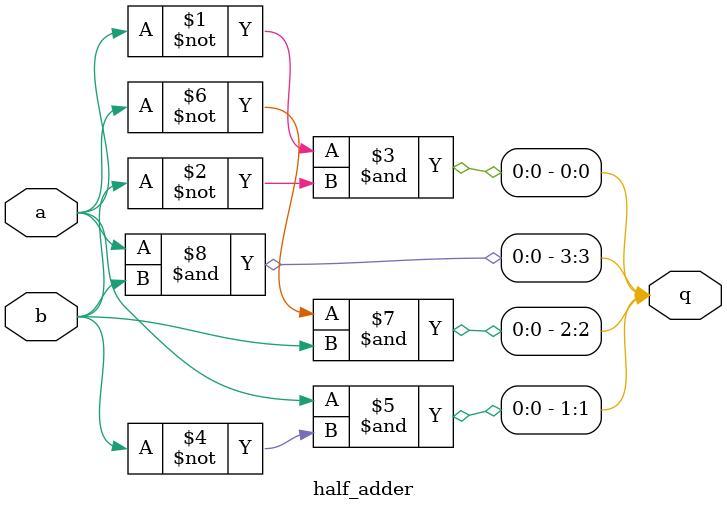
<source format=v>
module half_adder (input a, input b, output [3:0]q);

assign q[0] = ~a&~b,
q[1] = a&~b,
q[2] = ~a&b,
q[3] = a&b;

endmodule

</source>
